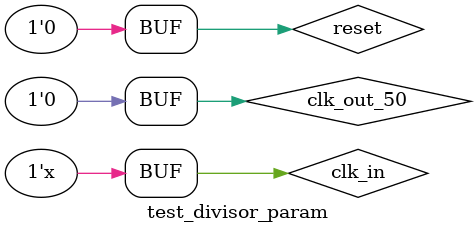
<source format=sv>
`timescale 1ns / 1ps

module test_divisor_param();
logic clk_in;
logic reset;
logic clk_out_50;
logic clk_out_30;
logic clk_out_10;
logic clk_out_1;

divisor_param #(.f_out(50)) DUT_divisor_param1(
    .clk_in(clk_in),
    .clk_out(clk_out_50),
    .reset(reset)
);
divisor_param #(.f_out(30)) DUT_divisor_param2(
    .clk_in(clk_in),
    .clk_out(clk_out_30),
    .reset(reset)
);
divisor_param #(.f_out(10)) DUT_divisor_param3(
    .clk_in(clk_in),
    .clk_out(clk_out_10),
    .reset(reset)
);
divisor_param #(.f_out(1)) DUT_divisor_param4(
    .clk_in(clk_in),
    .clk_out(clk_out_1),
    .reset(reset)
);
always #1 clk_in = ~clk_in;
initial
    begin
        clk_in = 0;
        reset = 1;
        #2
        reset = 0;
        clk_out_50 = 0;
    end
endmodule
</source>
